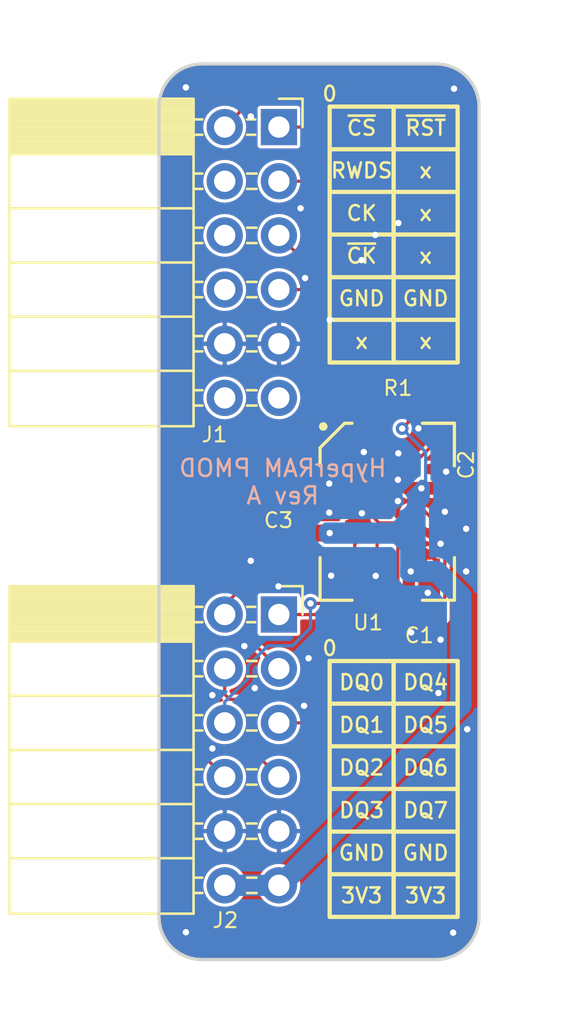
<source format=kicad_pcb>
(kicad_pcb (version 20221018) (generator pcbnew)
  (layers (0 "F.Cu" signal) (31 "B.Cu" signal) (34 "B.Paste" user) (35 "F.Paste" user) (36 "B.SilkS" user "B.Silkscreen") (37 "F.SilkS" user "F.Silkscreen") (38 "B.Mask" user) (39 "F.Mask" user) (44 "Edge.Cuts" user))
  (net 0 "")
  (net 1 "+3V3")
  (net 2 "GND")
  (net 3 "Net-(J1-Pad8)")
  (net 4 "/~{CS}")
  (net 5 "Net-(J1-Pad6)")
  (net 6 "/RWDS")
  (net 7 "Net-(J1-Pad4)")
  (net 8 "/CK")
  (net 9 "/~{RST}")
  (net 10 "/~{CK}")
  (net 11 "/DQ0")
  (net 12 "/DQ4")
  (net 13 "/DQ1")
  (net 14 "/DQ5")
  (net 15 "/DQ2")
  (net 16 "/DQ6")
  (net 17 "/DQ3")
  (net 18 "/DQ7")
  (footprint "Capacitor_SMD:C_0402_1005Metric" (layer "F.Cu") (at 143.45 78.5 -90)
    (fp_text reference "C2" (at -1.7 0.05 270) (layer "F.SilkS") (effects (font (size 0.7 0.7) (thickness 0.1))))
    (fp_text value "100n")
    (pad "1" smd roundrect (at -0.485 0 270) (size 0.59 0.64) (layers "F.Cu" "F.Paste" "F.Mask") (net 1 "+3V3"))
    (pad "2" smd roundrect (at 0.485 0 270) (size 0.59 0.64) (layers "F.Cu" "F.Paste" "F.Mask") (net 2 "GND"))
  )
  (footprint "Capacitor_SMD:C_0402_1005Metric" (layer "F.Cu") (at 135.95 79.5 90)
    (fp_text reference "C3" (at 0.1 -1.35 180) (layer "F.SilkS") (effects (font (size 0.7 0.7) (thickness 0.1))))
    (fp_text value "100n")
    (pad "1" smd roundrect (at -0.485 0 90) (size 0.59 0.64) (layers "F.Cu" "F.Paste" "F.Mask") (net 1 "+3V3"))
    (pad "2" smd roundrect (at 0.485 0 90) (size 0.59 0.64) (layers "F.Cu" "F.Paste" "F.Mask") (net 2 "GND"))
  )
  (footprint "Connector_PinSocket_2.54mm:PinSocket_2x06_P2.54mm_Horizontal" (layer "F.Cu") (at 134.62 60.96)
    (fp_text reference "J1" (at -3.02 14.42) (layer "F.SilkS") (effects (font (size 0.7 0.7) (thickness 0.1))))
    (fp_text value "2.54mm_2x6")
    (fp_line (start -12.63 -1.33) (end -12.63 14.03) (stroke (width 0.12)) (layer "F.SilkS"))
    (fp_line (start -12.63 -1.33) (end -4 -1.33) (stroke (width 0.12)) (layer "F.SilkS"))
    (fp_line (start -12.63 -1.21) (end -4 -1.21) (stroke (width 0.12)) (layer "F.SilkS"))
    (fp_line (start -12.63 -1.091905) (end -4 -1.091905) (stroke (width 0.12)) (layer "F.SilkS"))
    (fp_line (start -12.63 -0.97381) (end -4 -0.97381) (stroke (width 0.12)) (layer "F.SilkS"))
    (fp_line (start -12.63 -0.855715) (end -4 -0.855715) (stroke (width 0.12)) (layer "F.SilkS"))
    (fp_line (start -12.63 -0.73762) (end -4 -0.73762) (stroke (width 0.12)) (layer "F.SilkS"))
    (fp_line (start -12.63 -0.619525) (end -4 -0.619525) (stroke (width 0.12)) (layer "F.SilkS"))
    (fp_line (start -12.63 -0.50143) (end -4 -0.50143) (stroke (width 0.12)) (layer "F.SilkS"))
    (fp_line (start -12.63 -0.383335) (end -4 -0.383335) (stroke (width 0.12)) (layer "F.SilkS"))
    (fp_line (start -12.63 -0.26524) (end -4 -0.26524) (stroke (width 0.12)) (layer "F.SilkS"))
    (fp_line (start -12.63 -0.147145) (end -4 -0.147145) (stroke (width 0.12)) (layer "F.SilkS"))
    (fp_line (start -12.63 -0.02905) (end -4 -0.02905) (stroke (width 0.12)) (layer "F.SilkS"))
    (fp_line (start -12.63 0.089045) (end -4 0.089045) (stroke (width 0.12)) (layer "F.SilkS"))
    (fp_line (start -12.63 0.20714) (end -4 0.20714) (stroke (width 0.12)) (layer "F.SilkS"))
    (fp_line (start -12.63 0.325235) (end -4 0.325235) (stroke (width 0.12)) (layer "F.SilkS"))
    (fp_line (start -12.63 0.44333) (end -4 0.44333) (stroke (width 0.12)) (layer "F.SilkS"))
    (fp_line (start -12.63 0.561425) (end -4 0.561425) (stroke (width 0.12)) (layer "F.SilkS"))
    (fp_line (start -12.63 0.67952) (end -4 0.67952) (stroke (width 0.12)) (layer "F.SilkS"))
    (fp_line (start -12.63 0.797615) (end -4 0.797615) (stroke (width 0.12)) (layer "F.SilkS"))
    (fp_line (start -12.63 0.91571) (end -4 0.91571) (stroke (width 0.12)) (layer "F.SilkS"))
    (fp_line (start -12.63 1.033805) (end -4 1.033805) (stroke (width 0.12)) (layer "F.SilkS"))
    (fp_line (start -12.63 1.1519) (end -4 1.1519) (stroke (width 0.12)) (layer "F.SilkS"))
    (fp_line (start -12.63 1.27) (end -4 1.27) (stroke (width 0.12)) (layer "F.SilkS"))
    (fp_line (start -12.63 3.81) (end -4 3.81) (stroke (width 0.12)) (layer "F.SilkS"))
    (fp_line (start -12.63 6.35) (end -4 6.35) (stroke (width 0.12)) (layer "F.SilkS"))
    (fp_line (start -12.63 8.89) (end -4 8.89) (stroke (width 0.12)) (layer "F.SilkS"))
    (fp_line (start -12.63 11.43) (end -4 11.43) (stroke (width 0.12)) (layer "F.SilkS"))
    (fp_line (start -12.63 14.03) (end -4 14.03) (stroke (width 0.12)) (layer "F.SilkS"))
    (fp_line (start -4 -1.33) (end -4 14.03) (stroke (width 0.12)) (layer "F.SilkS"))
    (fp_line (start -4 -0.36) (end -3.59 -0.36) (stroke (width 0.12)) (layer "F.SilkS"))
    (fp_line (start -4 0.36) (end -3.59 0.36) (stroke (width 0.12)) (layer "F.SilkS"))
    (fp_line (start -4 2.18) (end -3.59 2.18) (stroke (width 0.12)) (layer "F.SilkS"))
    (fp_line (start -4 2.9) (end -3.59 2.9) (stroke (width 0.12)) (layer "F.SilkS"))
    (fp_line (start -4 4.72) (end -3.59 4.72) (stroke (width 0.12)) (layer "F.SilkS"))
    (fp_line (start -4 5.44) (end -3.59 5.44) (stroke (width 0.12)) (layer "F.SilkS"))
    (fp_line (start -4 7.26) (end -3.59 7.26) (stroke (width 0.12)) (layer "F.SilkS"))
    (fp_line (start -4 7.98) (end -3.59 7.98) (stroke (width 0.12)) (layer "F.SilkS"))
    (fp_line (start -4 9.8) (end -3.59 9.8) (stroke (width 0.12)) (layer "F.SilkS"))
    (fp_line (start -4 10.52) (end -3.59 10.52) (stroke (width 0.12)) (layer "F.SilkS"))
    (fp_line (start -4 12.34) (end -3.59 12.34) (stroke (width 0.12)) (layer "F.SilkS"))
    (fp_line (start -4 13.06) (end -3.59 13.06) (stroke (width 0.12)) (layer "F.SilkS"))
    (fp_line (start -1.49 -0.36) (end -1.11 -0.36) (stroke (width 0.12)) (layer "F.SilkS"))
    (fp_line (start -1.49 0.36) (end -1.11 0.36) (stroke (width 0.12)) (layer "F.SilkS"))
    (fp_line (start -1.49 2.18) (end -1.05 2.18) (stroke (width 0.12)) (layer "F.SilkS"))
    (fp_line (start -1.49 2.9) (end -1.05 2.9) (stroke (width 0.12)) (layer "F.SilkS"))
    (fp_line (start -1.49 4.72) (end -1.05 4.72) (stroke (width 0.12)) (layer "F.SilkS"))
    (fp_line (start -1.49 5.44) (end -1.05 5.44) (stroke (width 0.12)) (layer "F.SilkS"))
    (fp_line (start -1.49 7.26) (end -1.05 7.26) (stroke (width 0.12)) (layer "F.SilkS"))
    (fp_line (start -1.49 7.98) (end -1.05 7.98) (stroke (width 0.12)) (layer "F.SilkS"))
    (fp_line (start -1.49 9.8) (end -1.05 9.8) (stroke (width 0.12)) (layer "F.SilkS"))
    (fp_line (start -1.49 10.52) (end -1.05 10.52) (stroke (width 0.12)) (layer "F.SilkS"))
    (fp_line (start -1.49 12.34) (end -1.05 12.34) (stroke (width 0.12)) (layer "F.SilkS"))
    (fp_line (start -1.49 13.06) (end -1.05 13.06) (stroke (width 0.12)) (layer "F.SilkS"))
    (fp_line (start 0 -1.33) (end 1.11 -1.33) (stroke (width 0.12)) (layer "F.SilkS"))
    (fp_line (start 1.11 -1.33) (end 1.11 0) (stroke (width 0.12)) (layer "F.SilkS"))
    (pad "1" thru_hole rect (at 0 0) (size 1.7 1.7) (drill 1) (layers "*.Cu" "*.Mask") (net 4 "/~{CS}"))
    (pad "2" thru_hole oval (at -2.54 0) (size 1.7 1.7) (drill 1) (layers "*.Cu" "*.Mask") (net 9 "/~{RST}"))
    (pad "3" thru_hole oval (at 0 2.54) (size 1.7 1.7) (drill 1) (layers "*.Cu" "*.Mask") (net 6 "/RWDS"))
    (pad "4" thru_hole oval (at -2.54 2.54) (size 1.7 1.7) (drill 1) (layers "*.Cu" "*.Mask") (net 7 "Net-(J1-Pad4)"))
    (pad "5" thru_hole oval (at 0 5.08) (size 1.7 1.7) (drill 1) (layers "*.Cu" "*.Mask") (net 8 "/CK"))
    (pad "6" thru_hole oval (at -2.54 5.08) (size 1.7 1.7) (drill 1) (layers "*.Cu" "*.Mask") (net 5 "Net-(J1-Pad6)"))
    (pad "7" thru_hole oval (at 0 7.62) (size 1.7 1.7) (drill 1) (layers "*.Cu" "*.Mask") (net 10 "/~{CK}"))
    (pad "8" thru_hole oval (at -2.54 7.62) (size 1.7 1.7) (drill 1) (layers "*.Cu" "*.Mask") (net 3 "Net-(J1-Pad8)"))
    (pad "9" thru_hole oval (at 0 10.16) (size 1.7 1.7) (drill 1) (layers "*.Cu" "*.Mask") (net 2 "GND"))
    (pad "10" thru_hole oval (at -2.54 10.16) (size 1.7 1.7) (drill 1) (layers "*.Cu" "*.Mask") (net 2 "GND"))
    (pad "11" thru_hole oval (at 0 12.7) (size 1.7 1.7) (drill 1) (layers "*.Cu" "*.Mask") (net 1 "+3V3"))
    (pad "12" thru_hole oval (at -2.54 12.7) (size 1.7 1.7) (drill 1) (layers "*.Cu" "*.Mask") (net 1 "+3V3"))
  )
  (footprint "Connector_PinSocket_2.54mm:PinSocket_2x06_P2.54mm_Horizontal" (layer "F.Cu") (at 134.62 83.82)
    (fp_text reference "J2" (at -2.51 14.34) (layer "F.SilkS") (effects (font (size 0.7 0.7) (thickness 0.1))))
    (fp_text value "2.54mm_2x6")
    (fp_line (start -12.63 -1.33) (end -12.63 14.03) (stroke (width 0.12)) (layer "F.SilkS"))
    (fp_line (start -12.63 -1.33) (end -4 -1.33) (stroke (width 0.12)) (layer "F.SilkS"))
    (fp_line (start -12.63 -1.21) (end -4 -1.21) (stroke (width 0.12)) (layer "F.SilkS"))
    (fp_line (start -12.63 -1.091905) (end -4 -1.091905) (stroke (width 0.12)) (layer "F.SilkS"))
    (fp_line (start -12.63 -0.97381) (end -4 -0.97381) (stroke (width 0.12)) (layer "F.SilkS"))
    (fp_line (start -12.63 -0.855715) (end -4 -0.855715) (stroke (width 0.12)) (layer "F.SilkS"))
    (fp_line (start -12.63 -0.73762) (end -4 -0.73762) (stroke (width 0.12)) (layer "F.SilkS"))
    (fp_line (start -12.63 -0.619525) (end -4 -0.619525) (stroke (width 0.12)) (layer "F.SilkS"))
    (fp_line (start -12.63 -0.50143) (end -4 -0.50143) (stroke (width 0.12)) (layer "F.SilkS"))
    (fp_line (start -12.63 -0.383335) (end -4 -0.383335) (stroke (width 0.12)) (layer "F.SilkS"))
    (fp_line (start -12.63 -0.26524) (end -4 -0.26524) (stroke (width 0.12)) (layer "F.SilkS"))
    (fp_line (start -12.63 -0.147145) (end -4 -0.147145) (stroke (width 0.12)) (layer "F.SilkS"))
    (fp_line (start -12.63 -0.02905) (end -4 -0.02905) (stroke (width 0.12)) (layer "F.SilkS"))
    (fp_line (start -12.63 0.089045) (end -4 0.089045) (stroke (width 0.12)) (layer "F.SilkS"))
    (fp_line (start -12.63 0.20714) (end -4 0.20714) (stroke (width 0.12)) (layer "F.SilkS"))
    (fp_line (start -12.63 0.325235) (end -4 0.325235) (stroke (width 0.12)) (layer "F.SilkS"))
    (fp_line (start -12.63 0.44333) (end -4 0.44333) (stroke (width 0.12)) (layer "F.SilkS"))
    (fp_line (start -12.63 0.561425) (end -4 0.561425) (stroke (width 0.12)) (layer "F.SilkS"))
    (fp_line (start -12.63 0.67952) (end -4 0.67952) (stroke (width 0.12)) (layer "F.SilkS"))
    (fp_line (start -12.63 0.797615) (end -4 0.797615) (stroke (width 0.12)) (layer "F.SilkS"))
    (fp_line (start -12.63 0.91571) (end -4 0.91571) (stroke (width 0.12)) (layer "F.SilkS"))
    (fp_line (start -12.63 1.033805) (end -4 1.033805) (stroke (width 0.12)) (layer "F.SilkS"))
    (fp_line (start -12.63 1.1519) (end -4 1.1519) (stroke (width 0.12)) (layer "F.SilkS"))
    (fp_line (start -12.63 1.27) (end -4 1.27) (stroke (width 0.12)) (layer "F.SilkS"))
    (fp_line (start -12.63 3.81) (end -4 3.81) (stroke (width 0.12)) (layer "F.SilkS"))
    (fp_line (start -12.63 6.35) (end -4 6.35) (stroke (width 0.12)) (layer "F.SilkS"))
    (fp_line (start -12.63 8.89) (end -4 8.89) (stroke (width 0.12)) (layer "F.SilkS"))
    (fp_line (start -12.63 11.43) (end -4 11.43) (stroke (width 0.12)) (layer "F.SilkS"))
    (fp_line (start -12.63 14.03) (end -4 14.03) (stroke (width 0.12)) (layer "F.SilkS"))
    (fp_line (start -4 -1.33) (end -4 14.03) (stroke (width 0.12)) (layer "F.SilkS"))
    (fp_line (start -4 -0.36) (end -3.59 -0.36) (stroke (width 0.12)) (layer "F.SilkS"))
    (fp_line (start -4 0.36) (end -3.59 0.36) (stroke (width 0.12)) (layer "F.SilkS"))
    (fp_line (start -4 2.18) (end -3.59 2.18) (stroke (width 0.12)) (layer "F.SilkS"))
    (fp_line (start -4 2.9) (end -3.59 2.9) (stroke (width 0.12)) (layer "F.SilkS"))
    (fp_line (start -4 4.72) (end -3.59 4.72) (stroke (width 0.12)) (layer "F.SilkS"))
    (fp_line (start -4 5.44) (end -3.59 5.44) (stroke (width 0.12)) (layer "F.SilkS"))
    (fp_line (start -4 7.26) (end -3.59 7.26) (stroke (width 0.12)) (layer "F.SilkS"))
    (fp_line (start -4 7.98) (end -3.59 7.98) (stroke (width 0.12)) (layer "F.SilkS"))
    (fp_line (start -4 9.8) (end -3.59 9.8) (stroke (width 0.12)) (layer "F.SilkS"))
    (fp_line (start -4 10.52) (end -3.59 10.52) (stroke (width 0.12)) (layer "F.SilkS"))
    (fp_line (start -4 12.34) (end -3.59 12.34) (stroke (width 0.12)) (layer "F.SilkS"))
    (fp_line (start -4 13.06) (end -3.59 13.06) (stroke (width 0.12)) (layer "F.SilkS"))
    (fp_line (start -1.49 -0.36) (end -1.11 -0.36) (stroke (width 0.12)) (layer "F.SilkS"))
    (fp_line (start -1.49 0.36) (end -1.11 0.36) (stroke (width 0.12)) (layer "F.SilkS"))
    (fp_line (start -1.49 2.18) (end -1.05 2.18) (stroke (width 0.12)) (layer "F.SilkS"))
    (fp_line (start -1.49 2.9) (end -1.05 2.9) (stroke (width 0.12)) (layer "F.SilkS"))
    (fp_line (start -1.49 4.72) (end -1.05 4.72) (stroke (width 0.12)) (layer "F.SilkS"))
    (fp_line (start -1.49 5.44) (end -1.05 5.44) (stroke (width 0.12)) (layer "F.SilkS"))
    (fp_line (start -1.49 7.26) (end -1.05 7.26) (stroke (width 0.12)) (layer "F.SilkS"))
    (fp_line (start -1.49 7.98) (end -1.05 7.98) (stroke (width 0.12)) (layer "F.SilkS"))
    (fp_line (start -1.49 9.8) (end -1.05 9.8) (stroke (width 0.12)) (layer "F.SilkS"))
    (fp_line (start -1.49 10.52) (end -1.05 10.52) (stroke (width 0.12)) (layer "F.SilkS"))
    (fp_line (start -1.49 12.34) (end -1.05 12.34) (stroke (width 0.12)) (layer "F.SilkS"))
    (fp_line (start -1.49 13.06) (end -1.05 13.06) (stroke (width 0.12)) (layer "F.SilkS"))
    (fp_line (start 0 -1.33) (end 1.11 -1.33) (stroke (width 0.12)) (layer "F.SilkS"))
    (fp_line (start 1.11 -1.33) (end 1.11 0) (stroke (width 0.12)) (layer "F.SilkS"))
    (pad "1" thru_hole rect (at 0 0) (size 1.7 1.7) (drill 1) (layers "*.Cu" "*.Mask") (net 11 "/DQ0"))
    (pad "2" thru_hole oval (at -2.54 0) (size 1.7 1.7) (drill 1) (layers "*.Cu" "*.Mask") (net 12 "/DQ4"))
    (pad "3" thru_hole oval (at 0 2.54) (size 1.7 1.7) (drill 1) (layers "*.Cu" "*.Mask") (net 13 "/DQ1"))
    (pad "4" thru_hole oval (at -2.54 2.54) (size 1.7 1.7) (drill 1) (layers "*.Cu" "*.Mask") (net 14 "/DQ5"))
    (pad "5" thru_hole oval (at 0 5.08) (size 1.7 1.7) (drill 1) (layers "*.Cu" "*.Mask") (net 15 "/DQ2"))
    (pad "6" thru_hole oval (at -2.54 5.08) (size 1.7 1.7) (drill 1) (layers "*.Cu" "*.Mask") (net 16 "/DQ6"))
    (pad "7" thru_hole oval (at 0 7.62) (size 1.7 1.7) (drill 1) (layers "*.Cu" "*.Mask") (net 17 "/DQ3"))
    (pad "8" thru_hole oval (at -2.54 7.62) (size 1.7 1.7) (drill 1) (layers "*.Cu" "*.Mask") (net 18 "/DQ7"))
    (pad "9" thru_hole oval (at 0 10.16) (size 1.7 1.7) (drill 1) (layers "*.Cu" "*.Mask") (net 2 "GND"))
    (pad "10" thru_hole oval (at -2.54 10.16) (size 1.7 1.7) (drill 1) (layers "*.Cu" "*.Mask") (net 2 "GND"))
    (pad "11" thru_hole oval (at 0 12.7) (size 1.7 1.7) (drill 1) (layers "*.Cu" "*.Mask") (net 1 "+3V3"))
    (pad "12" thru_hole oval (at -2.54 12.7) (size 1.7 1.7) (drill 1) (layers "*.Cu" "*.Mask") (net 1 "+3V3"))
  )
  (footprint "Resistor_SMD:R_0402_1005Metric" (layer "F.Cu") (at 140.2 74.2 180)
    (fp_text reference "R1" (at 0 1 180) (layer "F.SilkS") (effects (font (size 0.7 0.7) (thickness 0.1))))
    (fp_text value "4k7")
    (pad "1" smd roundrect (at -0.485 0 180) (size 0.59 0.64) (layers "F.Cu" "F.Paste" "F.Mask") (net 1 "+3V3"))
    (pad "2" smd roundrect (at 0.485 0 180) (size 0.59 0.64) (layers "F.Cu" "F.Paste" "F.Mask") (net 4 "/~{CS}"))
  )
  (footprint "picodvi:S70KS128" (layer "F.Cu") (at 139.7 79)
    (fp_text reference "U1" (at -0.9 5.2) (layer "F.SilkS") (effects (font (size 0.7 0.7) (thickness 0.1))))
    (fp_text value "S70KS128")
    (fp_line (start -3.15 -3) (end -3.15 -2.15) (stroke (width 0.15)) (layer "F.SilkS"))
    (fp_line (start -3.15 4.15) (end -3.15 2.15) (stroke (width 0.15)) (layer "F.SilkS"))
    (fp_line (start -2 -4.15) (end -3.15 -3) (stroke (width 0.15)) (layer "F.SilkS"))
    (fp_line (start -1.65 -4.15) (end -2 -4.15) (stroke (width 0.15)) (layer "F.SilkS"))
    (fp_line (start -1.65 4.15) (end -3.15 4.15) (stroke (width 0.15)) (layer "F.SilkS"))
    (fp_line (start 1.65 -4.15) (end 3.15 -4.15) (stroke (width 0.15)) (layer "F.SilkS"))
    (fp_line (start 1.65 -4.15) (end 3.15 -4.15) (stroke (width 0.15)) (layer "F.SilkS"))
    (fp_line (start 1.65 -4.15) (end 3.15 -4.15) (stroke (width 0.15)) (layer "F.SilkS"))
    (fp_line (start 1.65 4.15) (end 3.15 4.15) (stroke (width 0.15)) (layer "F.SilkS"))
    (fp_line (start 3.15 -4.15) (end 3.15 -2.15) (stroke (width 0.15)) (layer "F.SilkS"))
    (fp_line (start 3.15 -4.15) (end 3.15 -2.15) (stroke (width 0.15)) (layer "F.SilkS"))
    (fp_line (start 3.15 -4.15) (end 3.15 -2.15) (stroke (width 0.15)) (layer "F.SilkS"))
    (fp_line (start 3.15 4.15) (end 3.15 2.15) (stroke (width 0.15)) (layer "F.SilkS"))
    (fp_circle (center -3 -4) (end -3 -3.9) (stroke (width 0.2)) (fill none) (layer "F.SilkS"))
    (pad "A2" smd circle (at -1 -2) (size 0.5 0.5) (layers "F.Cu" "F.Paste" "F.Mask"))
    (pad "A3" smd circle (at 0 -2) (size 0.5 0.5) (layers "F.Cu" "F.Paste" "F.Mask") (net 4 "/~{CS}"))
    (pad "A4" smd circle (at 1 -2) (size 0.5 0.5) (layers "F.Cu" "F.Paste" "F.Mask") (net 9 "/~{RST}"))
    (pad "A5" smd circle (at 2 -2) (size 0.5 0.5) (layers "F.Cu" "F.Paste" "F.Mask"))
    (pad "B1" smd circle (at -2 -1) (size 0.5 0.5) (layers "F.Cu" "F.Paste" "F.Mask") (net 10 "/~{CK}"))
    (pad "B2" smd circle (at -1 -1) (size 0.5 0.5) (layers "F.Cu" "F.Paste" "F.Mask") (net 8 "/CK"))
    (pad "B3" smd circle (at 0 -1) (size 0.5 0.5) (layers "F.Cu" "F.Paste" "F.Mask") (net 2 "GND"))
    (pad "B4" smd circle (at 1 -1) (size 0.5 0.5) (layers "F.Cu" "F.Paste" "F.Mask") (net 1 "+3V3"))
    (pad "C1" smd circle (at -2 0) (size 0.5 0.5) (layers "F.Cu" "F.Paste" "F.Mask") (net 2 "GND"))
    (pad "C3" smd circle (at 0 0) (size 0.5 0.5) (layers "F.Cu" "F.Paste" "F.Mask") (net 6 "/RWDS"))
    (pad "C4" smd circle (at 1 0) (size 0.5 0.5) (layers "F.Cu" "F.Paste" "F.Mask") (net 15 "/DQ2"))
    (pad "D1" smd circle (at -2 1) (size 0.5 0.5) (layers "F.Cu" "F.Paste" "F.Mask") (net 1 "+3V3"))
    (pad "D2" smd circle (at -1 1) (size 0.5 0.5) (layers "F.Cu" "F.Paste" "F.Mask") (net 13 "/DQ1"))
    (pad "D3" smd circle (at 0 1) (size 0.5 0.5) (layers "F.Cu" "F.Paste" "F.Mask") (net 11 "/DQ0"))
    (pad "D4" smd circle (at 1 1) (size 0.5 0.5) (layers "F.Cu" "F.Paste" "F.Mask") (net 17 "/DQ3"))
    (pad "D5" smd circle (at 2 1) (size 0.5 0.5) (layers "F.Cu" "F.Paste" "F.Mask") (net 12 "/DQ4"))
    (pad "E1" smd circle (at -2 2) (size 0.5 0.5) (layers "F.Cu" "F.Paste" "F.Mask") (net 18 "/DQ7"))
    (pad "E2" smd circle (at -1 2) (size 0.5 0.5) (layers "F.Cu" "F.Paste" "F.Mask") (net 16 "/DQ6"))
    (pad "E3" smd circle (at 0 2) (size 0.5 0.5) (layers "F.Cu" "F.Paste" "F.Mask") (net 14 "/DQ5"))
    (pad "E4" smd circle (at 1 2) (size 0.5 0.5) (layers "F.Cu" "F.Paste" "F.Mask") (net 1 "+3V3"))
    (pad "E5" smd circle (at 2 2) (size 0.5 0.5) (layers "F.Cu" "F.Paste" "F.Mask") (net 2 "GND"))
  )
  (footprint "Capacitor_SMD:C_0402_1005Metric" (layer "F.Cu") (at 141.15 83.75)
    (fp_text reference "C1" (at 0.05 1.05) (layer "F.SilkS") (effects (font (size 0.7 0.7) (thickness 0.1))))
    (fp_text value "100n")
    (pad "1" smd roundrect (at -0.485 0) (size 0.59 0.64) (layers "F.Cu" "F.Paste" "F.Mask") (net 1 "+3V3"))
    (pad "2" smd roundrect (at 0.485 0) (size 0.59 0.64) (layers "F.Cu" "F.Paste" "F.Mask") (net 2 "GND"))
  )
  (gr_line (start 140 90) (end 143 90) (stroke (width 0.2)) (layer "F.SilkS"))
  (gr_line (start 140 94) (end 143 94) (stroke (width 0.2)) (layer "F.SilkS"))
  (gr_line (start 140 88) (end 143 88) (stroke (width 0.2)) (layer "F.SilkS"))
  (gr_line (start 143 86) (end 143 98) (stroke (width 0.2)) (layer "F.SilkS"))
  (gr_line (start 140 96) (end 143 96) (stroke (width 0.2)) (layer "F.SilkS"))
  (gr_line (start 140 98) (end 140 86) (stroke (width 0.2)) (layer "F.SilkS"))
  (gr_line (start 143 98) (end 140 98) (stroke (width 0.2)) (layer "F.SilkS"))
  (gr_line (start 140 86) (end 143 86) (stroke (width 0.2)) (layer "F.SilkS"))
  (gr_line (start 143 92) (end 140 92) (stroke (width 0.2)) (layer "F.SilkS"))
  (gr_line (start 140 60) (end 143 60) (stroke (width 0.2)) (layer "F.SilkS"))
  (gr_line (start 137 64) (end 140 64) (stroke (width 0.2)) (layer "F.SilkS"))
  (gr_line (start 140 70) (end 143 70) (stroke (width 0.2)) (layer "F.SilkS"))
  (gr_line (start 143 72) (end 140 72) (stroke (width 0.2)) (layer "F.SilkS"))
  (gr_line (start 143 66) (end 140 66) (stroke (width 0.2)) (layer "F.SilkS"))
  (gr_line (start 140 64) (end 143 64) (stroke (width 0.2)) (layer "F.SilkS"))
  (gr_line (start 137 68) (end 140 68) (stroke (width 0.2)) (layer "F.SilkS"))
  (gr_line (start 137 62) (end 140 62) (stroke (width 0.2)) (layer "F.SilkS"))
  (gr_line (start 140 62) (end 143 62) (stroke (width 0.2)) (layer "F.SilkS"))
  (gr_line (start 143 60) (end 143 72) (stroke (width 0.2)) (layer "F.SilkS"))
  (gr_line (start 140 60) (end 140 72) (stroke (width 0.2)) (layer "F.SilkS"))
  (gr_line (start 137 70) (end 140 70) (stroke (width 0.2)) (layer "F.SilkS"))
  (gr_line (start 137 72) (end 137 60) (stroke (width 0.2)) (layer "F.SilkS"))
  (gr_line (start 140 68) (end 143 68) (stroke (width 0.2)) (layer "F.SilkS"))
  (gr_line (start 140 72) (end 137 72) (stroke (width 0.2)) (layer "F.SilkS"))
  (gr_line (start 137 60) (end 140 60) (stroke (width 0.2)) (layer "F.SilkS"))
  (gr_line (start 140 66) (end 137 66) (stroke (width 0.2)) (layer "F.SilkS"))
  (gr_line (start 140 72) (end 140 60) (stroke (width 0.2)) (layer "F.SilkS"))
  (gr_line (start 137 98) (end 137 86) (stroke (width 0.2)) (layer "F.SilkS"))
  (gr_line (start 137 88) (end 140 88) (stroke (width 0.2)) (layer "F.SilkS"))
  (gr_line (start 140 98) (end 137 98) (stroke (width 0.2)) (layer "F.SilkS"))
  (gr_line (start 137 90) (end 140 90) (stroke (width 0.2)) (layer "F.SilkS"))
  (gr_line (start 137 96) (end 140 96) (stroke (width 0.2)) (layer "F.SilkS"))
  (gr_line (start 140 86) (end 140 98) (stroke (width 0.2)) (layer "F.SilkS"))
  (gr_line (start 137 86) (end 140 86) (stroke (width 0.2)) (layer "F.SilkS"))
  (gr_line (start 137 94) (end 140 94) (stroke (width 0.2)) (layer "F.SilkS"))
  (gr_line (start 140 92) (end 137 92) (stroke (width 0.2)) (layer "F.SilkS"))
  (gr_line (start 144 60) (end 144 98) (stroke (width 0.15)) (layer "Edge.Cuts"))
  (gr_arc (start 131 100) (mid 129.585786 99.414214) (end 129 98) (stroke (width 0.15)) (layer "Edge.Cuts"))
  (gr_arc (start 144 98) (mid 143.414214 99.414214) (end 142 100) (stroke (width 0.15)) (layer "Edge.Cuts"))
  (gr_arc (start 129 60) (mid 129.585786 58.585786) (end 131 58) (stroke (width 0.15)) (layer "Edge.Cuts"))
  (gr_line (start 131 58) (end 142 58) (stroke (width 0.15)) (layer "Edge.Cuts"))
  (gr_line (start 129 98) (end 129 60) (stroke (width 0.15)) (layer "Edge.Cuts"))
  (gr_arc (start 142 58) (mid 143.414214 58.585786) (end 144 60) (stroke (width 0.15)) (layer "Edge.Cuts"))
  (gr_line (start 142 100) (end 131 100) (stroke (width 0.15)) (layer "Edge.Cuts"))
  (gr_text "HyperRAM PMOD\nRev A" (at 134.8 77.6) (layer "B.SilkS") (effects (font (size 0.8 0.8) (thickness 0.12)) (justify mirror)))
  (gr_text "DQ2" (at 138.5 91) (layer "F.SilkS") (effects (font (size 0.7 0.7) (thickness 0.12))))
  (gr_text "DQ3" (at 138.5 93) (layer "F.SilkS") (effects (font (size 0.7 0.7) (thickness 0.12))))
  (gr_text "GND" (at 138.5 95) (layer "F.SilkS") (effects (font (size 0.7 0.7) (thickness 0.12))))
  (gr_text "3V3" (at 138.5 97) (layer "F.SilkS") (effects (font (size 0.7 0.7) (thickness 0.12))))
  (gr_text "DQ0" (at 138.5 87) (layer "F.SilkS") (effects (font (size 0.7 0.7) (thickness 0.12))))
  (gr_text "DQ6" (at 141.5 91) (layer "F.SilkS") (effects (font (size 0.7 0.7) (thickness 0.12))))
  (gr_text "DQ5" (at 141.5 89) (layer "F.SilkS") (effects (font (size 0.7 0.7) (thickness 0.12))))
  (gr_text "3V3\n" (at 141.5 97) (layer "F.SilkS") (effects (font (size 0.7 0.7) (thickness 0.12))))
  (gr_text "DQ4" (at 141.5 87) (layer "F.SilkS") (effects (font (size 0.7 0.7) (thickness 0.12))))
  (gr_text "DQ7" (at 141.5 93) (layer "F.SilkS") (effects (font (size 0.7 0.7) (thickness 0.12))))
  (gr_text "GND" (at 141.5 95) (layer "F.SilkS") (effects (font (size 0.7 0.7) (thickness 0.12))))
  (gr_text "CK" (at 138.5 65) (layer "F.SilkS") (effects (font (size 0.7 0.7) (thickness 0.12))))
  (gr_text "RWDS" (at 138.5 63) (layer "F.SilkS") (effects (font (size 0.7 0.7) (thickness 0.12))))
  (gr_text "x" (at 141.5 63) (layer "F.SilkS") (effects (font (size 0.7 0.7) (thickness 0.12))))
  (gr_text "x" (at 141.5 67) (layer "F.SilkS") (effects (font (size 0.7 0.7) (thickness 0.12))))
  (gr_text "x" (at 138.5 71) (layer "F.SilkS") (effects (font (size 0.7 0.7) (thickness 0.12))))
  (gr_text "~{CS}" (at 138.5 61) (layer "F.SilkS") (effects (font (size 0.7 0.7) (thickness 0.12))))
  (gr_text "~{CK}" (at 138.5 67) (layer "F.SilkS") (effects (font (size 0.7 0.7) (thickness 0.12))))
  (gr_text "x" (at 141.5 71) (layer "F.SilkS") (effects (font (size 0.7 0.7) (thickness 0.12))))
  (gr_text "GND" (at 141.5 69) (layer "F.SilkS") (effects (font (size 0.7 0.7) (thickness 0.12))))
  (gr_text "x" (at 141.5 65) (layer "F.SilkS") (effects (font (size 0.7 0.7) (thickness 0.12))))
  (gr_text "GND" (at 138.5 69) (layer "F.SilkS") (effects (font (size 0.7 0.7) (thickness 0.12))))
  (gr_text "~{RST}\n" (at 141.5 61) (layer "F.SilkS") (effects (font (size 0.7 0.7) (thickness 0.12))))
  (gr_text "0" (at 137 85.4) (layer "F.SilkS") (effects (font (size 0.7 0.7) (thickness 0.12))))
  (gr_text "0" (at 137 59.4) (layer "F.SilkS") (effects (font (size 0.7 0.7) (thickness 0.12))))
  (gr_text "DQ1" (at 138.5 89) (layer "F.SilkS") (effects (font (size 0.7 0.7) (thickness 0.12))))
  (segment (start 140.685 74.2) (end 140.685 74.814996) (width 0.15) (layer "F.Cu") (net 1))
  (segment (start 140.685 74.814996) (end 140.399996 75.1) (width 0.15) (layer "F.Cu") (net 1))
  (via (at 140.399996 75.1) (size 0.6) (drill 0.3) (layers "F.Cu" "B.Cu") (net 1))
  (via (at 140.8 81.8) (size 0.6) (drill 0.3) (layers "F.Cu" "B.Cu") (net 1))
  (via (at 141.3 77.9) (size 0.6) (drill 0.3) (layers "F.Cu" "B.Cu") (net 1))
  (via (at 137 80) (size 0.6) (drill 0.3) (layers "F.Cu" "B.Cu") (net 1))
  (segment (start 142 81.8) (end 140.8 81.8) (width 1) (layer "B.Cu") (net 1))
  (segment (start 141.5 77.9) (end 141.5 76.200004) (width 0.15) (layer "B.Cu") (net 1))
  (segment (start 143.15 88.05) (end 143.15 82.95) (width 1) (layer "B.Cu") (net 1))
  (segment (start 141.5 76.200004) (end 140.699995 75.399999) (width 0.15) (layer "B.Cu") (net 1))
  (segment (start 143.15 82.95) (end 142 81.8) (width 1) (layer "B.Cu") (net 1))
  (segment (start 132.08 96.52) (end 134.62 96.52) (width 1) (layer "B.Cu") (net 1))
  (segment (start 141.6 78) (end 141.5 77.9) (width 0.15) (layer "B.Cu") (net 1))
  (segment (start 140.699995 75.399999) (end 140.399996 75.1) (width 0.15) (layer "B.Cu") (net 1))
  (segment (start 134.62 96.52) (end 134.68 96.52) (width 1) (layer "B.Cu") (net 1))
  (segment (start 134.68 96.52) (end 143.15 88.05) (width 1) (layer "B.Cu") (net 1))
  (segment (start 137.7 79) (end 138.44 79) (width 0.3) (layer "F.Cu") (net 2))
  (segment (start 135.95 79.015) (end 137.685 79.015) (width 0.5) (layer "F.Cu") (net 2))
  (segment (start 137.685 79.015) (end 137.7 79) (width 0.5) (layer "F.Cu") (net 2))
  (segment (start 138.44 79) (end 138.51 79.07) (width 0.3) (layer "F.Cu") (net 2))
  (via (at 143.4 79.8) (size 0.6) (drill 0.3) (layers "F.Cu" "B.Cu") (net 2))
  (via (at 142.4 79) (size 0.6) (drill 0.3) (layers "F.Cu" "B.Cu") (net 2))
  (via (at 140.2 77.5) (size 0.6) (drill 0.3) (layers "F.Cu" "B.Cu") (net 2))
  (via (at 140.2 78.5) (size 0.6) (drill 0.3) (layers "F.Cu" "B.Cu") (net 2))
  (via (at 135.8 88.1) (size 0.6) (drill 0.3) (layers "F.Cu" "B.Cu") (net 2))
  (via (at 131.5 90.1) (size 0.6) (drill 0.3) (layers "F.Cu" "B.Cu") (net 2))
  (via (at 131.5 87.6) (size 0.6) (drill 0.3) (layers "F.Cu" "B.Cu") (net 2))
  (via (at 133 85.3) (size 0.6) (drill 0.3) (layers "F.Cu" "B.Cu") (net 2))
  (via (at 140.82 84.66) (size 0.6) (drill 0.3) (layers "F.Cu" "B.Cu") (net 2))
  (via (at 136.98 79.04) (size 0.6) (drill 0.3) (layers "F.Cu" "B.Cu") (net 2))
  (via (at 138.6 76.2) (size 0.6) (drill 0.3) (layers "F.Cu" "B.Cu") (net 2))
  (via (at 136.98 77.68) (size 0.6) (drill 0.3) (layers "F.Cu" "B.Cu") (net 2))
  (via (at 140.22 76.26) (size 0.6) (drill 0.3) (layers "F.Cu" "B.Cu") (net 2))
  (via (at 140.22 65.46) (size 0.6) (drill 0.3) (layers "F.Cu" "B.Cu") (net 2))
  (via (at 139.14 66.02) (size 0.6) (drill 0.3) (layers "F.Cu" "B.Cu") (net 2))
  (via (at 135.85 68.04) (size 0.6) (drill 0.3) (layers "F.Cu" "B.Cu") (net 2))
  (via (at 133.31 60.47) (size 0.6) (drill 0.3) (layers "F.Cu" "B.Cu") (net 2))
  (via (at 133.3 60.46) (size 0.6) (drill 0.3) (layers "F.Cu" "B.Cu") (net 2))
  (via (at 134.6 82.5) (size 0.6) (drill 0.3) (layers "F.Cu" "B.Cu") (net 2))
  (via (at 137.07 82) (size 0.6) (drill 0.3) (layers "F.Cu" "B.Cu") (net 2))
  (via (at 139.16 82.01) (size 0.6) (drill 0.3) (layers "F.Cu" "B.Cu") (net 2))
  (via (at 136.01 85.87) (size 0.6) (drill 0.3) (layers "F.Cu" "B.Cu") (net 2))
  (via (at 135.636 64.77) (size 0.6) (drill 0.3) (layers "F.Cu" "B.Cu") (net 2))
  (via (at 143.45 89.2) (size 0.6) (drill 0.3) (layers "F.Cu" "B.Cu") (net 2))
  (via (at 142.1 87.5) (size 0.6) (drill 0.3) (layers "F.Cu" "B.Cu") (net 2))
  (via (at 142.79 98.74) (size 0.6) (drill 0.3) (layers "F.Cu" "B.Cu") (net 2))
  (via (at 130.26 98.72) (size 0.6) (drill 0.3) (layers "F.Cu" "B.Cu") (net 2))
  (via (at 130.26 59.1) (size 0.6) (drill 0.3) (layers "F.Cu" "B.Cu") (net 2))
  (via (at 142.83 59.16) (size 0.6) (drill 0.3) (layers "F.Cu" "B.Cu") (net 2))
  (via (at 142.46 77.12) (size 0.6) (drill 0.3) (layers "F.Cu" "B.Cu") (net 2))
  (via (at 138.51 79.07) (size 0.6) (drill 0.3) (layers "F.Cu" "B.Cu") (net 2))
  (via (at 138.5 67.2) (size 0.6) (drill 0.3) (layers "F.Cu" "B.Cu") (net 2))
  (via (at 137 70) (size 0.6) (drill 0.3) (layers "F.Cu" "B.Cu") (net 2))
  (via (at 133.3 81.3) (size 0.6) (drill 0.3) (layers "F.Cu" "B.Cu") (net 2))
  (via (at 141.16 75.09) (size 0.6) (drill 0.3) (layers "F.Cu" "B.Cu") (net 2))
  (via (at 142.2 80.5) (size 0.6) (drill 0.3) (layers "F.Cu" "B.Cu") (net 2))
  (via (at 143.4 81.8) (size 0.6) (drill 0.3) (layers "F.Cu" "B.Cu") (net 2))
  (via (at 142.2 85) (size 0.6) (drill 0.3) (layers "F.Cu" "B.Cu") (net 2))
  (via (at 141.6 82.8) (size 0.6) (drill 0.3) (layers "F.Cu" "B.Cu") (net 2))
  (via (at 133.49 87.27) (size 0.6) (drill 0.3) (layers "F.Cu" "B.Cu") (net 2))
  (segment (start 139.7 77) (end 139.7 76.517002) (width 0.15) (layer "F.Cu") (net 4))
  (segment (start 139.694999 76.007999) (end 139.7 76.002998) (width 0.15) (layer "F.Cu") (net 4))
  (segment (start 139.694999 65.712001) (end 139.694999 65.207999) (width 0.15) (layer "F.Cu") (net 4))
  (segment (start 139.694999 65.207999) (end 139.7 65.202998) (width 0.15) (layer "F.Cu") (net 4))
  (segment (start 135.96 60.96) (end 134.62 60.96) (width 0.15) (layer "F.Cu") (net 4))
  (segment (start 139.7 65.717002) (end 139.694999 65.712001) (width 0.15) (layer "F.Cu") (net 4))
  (segment (start 139.7 65.202998) (end 139.7 64.7) (width 0.15) (layer "F.Cu") (net 4))
  (segment (start 139.7 64.7) (end 135.96 60.96) (width 0.15) (layer "F.Cu") (net 4))
  (segment (start 139.7 76.517002) (end 139.694999 76.512001) (width 0.15) (layer "F.Cu") (net 4))
  (segment (start 139.694999 76.512001) (end 139.694999 76.007999) (width 0.15) (layer "F.Cu") (net 4))
  (segment (start 139.7 76.002998) (end 139.7 65.717002) (width 0.15) (layer "F.Cu") (net 4))
  (segment (start 139.450001 78.750001) (end 139.7 79) (width 0.15) (layer "F.Cu") (net 6))
  (segment (start 134.62 63.5) (end 135.822081 63.5) (width 0.15) (layer "F.Cu") (net 6))
  (segment (start 139.175001 78.475001) (end 139.450001 78.750001) (width 0.15) (layer "F.Cu") (net 6))
  (segment (start 139.175001 66.85292) (end 139.175001 78.475001) (width 0.15) (layer "F.Cu") (net 6))
  (segment (start 135.822081 63.5) (end 139.175001 66.85292) (width 0.15) (layer "F.Cu") (net 6))
  (segment (start 138 69.42) (end 138 77.3) (width 0.15) (layer "F.Cu") (net 8))
  (segment (start 134.62 66.04) (end 138 69.42) (width 0.15) (layer "F.Cu") (net 8))
  (segment (start 138 77.3) (end 138.450001 77.750001) (width 0.15) (layer "F.Cu") (net 8))
  (segment (start 138.450001 77.750001) (end 138.7 78) (width 0.15) (layer "F.Cu") (net 8))
  (segment (start 132.774999 60.207999) (end 133.047999 59.934999) (width 0.15) (layer "F.Cu") (net 9))
  (segment (start 133.047999 59.934999) (end 133.105001 59.934999) (width 0.15) (layer "F.Cu") (net 9))
  (segment (start 141.7 76) (end 140.7 77) (width 0.15) (layer "F.Cu") (net 9))
  (segment (start 132.08 60.96) (end 132.774999 60.265001) (width 0.15) (layer "F.Cu") (net 9))
  (segment (start 135.644999 59.884999) (end 141.7 65.94) (width 0.15) (layer "F.Cu") (net 9))
  (segment (start 141.7 65.94) (end 141.7 76) (width 0.15) (layer "F.Cu") (net 9))
  (segment (start 133.105001 59.934999) (end 133.155001 59.884999) (width 0.15) (layer "F.Cu") (net 9))
  (segment (start 133.155001 59.884999) (end 135.644999 59.884999) (width 0.15) (layer "F.Cu") (net 9))
  (segment (start 132.774999 60.265001) (end 132.774999 60.207999) (width 0.15) (layer "F.Cu") (net 9))
  (segment (start 137.7 69.7) (end 137.7 78) (width 0.15) (layer "F.Cu") (net 10))
  (segment (start 134.62 68.58) (end 136.58 68.58) (width 0.15) (layer "F.Cu") (net 10))
  (segment (start 136.58 68.58) (end 137.7 69.7) (width 0.15) (layer "F.Cu") (net 10))
  (segment (start 139.224999 80.475001) (end 139.224999 81.178003) (width 0.15) (layer "F.Cu") (net 11))
  (segment (start 139.7 80) (end 139.224999 80.475001) (width 0.15) (layer "F.Cu") (net 11))
  (segment (start 139.224999 81.178003) (end 136.578 83.825002) (width 0.15) (layer "F.Cu") (net 11))
  (segment (start 135.625002 83.825002) (end 135.62 83.82) (width 0.15) (layer "F.Cu") (net 11))
  (segment (start 135.62 83.82) (end 134.62 83.82) (width 0.15) (layer "F.Cu") (net 11))
  (segment (start 136.578 83.825002) (end 135.625002 83.825002) (width 0.15) (layer "F.Cu") (net 11))
  (segment (start 132.08 83.82) (end 132.08 83.37) (width 0.15) (layer "F.Cu") (net 12))
  (segment (start 141.224999 79.524999) (end 141.7 80) (width 0.15) (layer "F.Cu") (net 12))
  (segment (start 139.14 79.35) (end 139.314999 79.524999) (width 0.15) (layer "F.Cu") (net 12))
  (segment (start 139.314999 79.524999) (end 141.224999 79.524999) (width 0.15) (layer "F.Cu") (net 12))
  (segment (start 138.72499 78.49499) (end 139.14 78.91) (width 0.15) (layer "F.Cu") (net 12))
  (segment (start 135.6232 78.49499) (end 138.72499 78.49499) (width 0.15) (layer "F.Cu") (net 12))
  (segment (start 132.08 83.37) (end 134.8 80.65) (width 0.15) (layer "F.Cu") (net 12))
  (segment (start 134.8 79.31819) (end 135.6232 78.49499) (width 0.15) (layer "F.Cu") (net 12))
  (segment (start 134.8 80.65) (end 134.8 79.31819) (width 0.15) (layer "F.Cu") (net 12))
  (segment (start 139.14 78.91) (end 139.14 79.35) (width 0.15) (layer "F.Cu") (net 12))
  (segment (start 133.544999 85.284999) (end 133.770001 85.510001) (width 0.15) (layer "F.Cu") (net 13))
  (segment (start 133.770001 85.510001) (end 134.62 86.36) (width 0.15) (layer "F.Cu") (net 13))
  (segment (start 134.859997 81.475001) (end 133.544999 82.789999) (width 0.15) (layer "F.Cu") (net 13))
  (segment (start 138.175001 80.524999) (end 138.175001 81.228001) (width 0.15) (layer "F.Cu") (net 13))
  (segment (start 138.7 80) (end 138.175001 80.524999) (width 0.15) (layer "F.Cu") (net 13))
  (segment (start 137.928001 81.475001) (end 134.859997 81.475001) (width 0.15) (layer "F.Cu") (net 13))
  (segment (start 138.175001 81.228001) (end 137.928001 81.475001) (width 0.15) (layer "F.Cu") (net 13))
  (segment (start 133.544999 82.789999) (end 133.544999 85.284999) (width 0.15) (layer "F.Cu") (net 13))
  (segment (start 132.08 87.562081) (end 132.08 86.36) (width 0.15) (layer "F.Cu") (net 14))
  (segment (start 133.70472 87.8) (end 132.317919 87.8) (width 0.15) (layer "F.Cu") (net 14))
  (segment (start 134.04473 87.459989) (end 133.70472 87.8) (width 0.15) (layer "F.Cu") (net 14))
  (segment (start 139.7 81) (end 139.7 82.957002) (width 0.15) (layer "F.Cu") (net 14))
  (segment (start 139.7 82.957002) (end 135.197013 87.459989) (width 0.15) (layer "F.Cu") (net 14))
  (segment (start 132.317919 87.8) (end 132.08 87.562081) (width 0.15) (layer "F.Cu") (net 14))
  (segment (start 135.197013 87.459989) (end 134.04473 87.459989) (width 0.15) (layer "F.Cu") (net 14))
  (segment (start 140.7 79) (end 141.477002 79) (width 0.15) (layer "F.Cu") (net 15))
  (segment (start 142.4 84.01) (end 137.51 88.9) (width 0.15) (layer "F.Cu") (net 15))
  (segment (start 142.725001 80.247999) (end 142.725001 80.774999) (width 0.15) (layer "F.Cu") (net 15))
  (segment (start 142.725001 80.774999) (end 142.4 81.1) (width 0.15) (layer "F.Cu") (net 15))
  (segment (start 137.51 88.9) (end 134.62 88.9) (width 0.15) (layer "F.Cu") (net 15))
  (segment (start 142.4 81.1) (end 142.4 84.01) (width 0.15) (layer "F.Cu") (net 15))
  (segment (start 141.477002 79) (end 142.725001 80.247999) (width 0.15) (layer "F.Cu") (net 15))
  (segment (start 138.7 81) (end 138.7 81.127281) (width 0.15) (layer "F.Cu") (net 16))
  (segment (start 138.7 81.127281) (end 136.527281 83.3) (width 0.15) (layer "F.Cu") (net 16))
  (segment (start 136.527281 83.3) (end 136.1 83.3) (width 0.15) (layer "F.Cu") (net 16))
  (via (at 136.1 83.3) (size 0.6) (drill 0.3) (layers "F.Cu" "B.Cu") (net 16))
  (segment (start 136.1 84.445002) (end 135.260003 85.284999) (width 0.15) (layer "B.Cu") (net 16))
  (segment (start 134.103999 85.284999) (end 133.155001 86.233997) (width 0.15) (layer "B.Cu") (net 16))
  (segment (start 136.1 83.3) (end 136.1 84.445002) (width 0.15) (layer "B.Cu") (net 16))
  (segment (start 133.155001 86.233997) (end 133.155001 86.844999) (width 0.15) (layer "B.Cu") (net 16))
  (segment (start 133.155001 86.844999) (end 132.08 87.92) (width 0.15) (layer "B.Cu") (net 16))
  (segment (start 132.08 87.92) (end 132.08 88.9) (width 0.15) (layer "B.Cu") (net 16))
  (segment (start 135.260003 85.284999) (end 134.103999 85.284999) (width 0.15) (layer "B.Cu") (net 16))
  (segment (start 133.770001 90.590001) (end 134.62 91.44) (width 0.15) (layer "F.Cu") (net 17))
  (segment (start 133.5 88.428998) (end 133.5 90.32) (width 0.15) (layer "F.Cu") (net 17))
  (segment (start 140.2 80.5) (end 140.2 82.881281) (width 0.15) (layer "F.Cu") (net 17))
  (segment (start 134.168998 87.76) (end 133.5 88.428998) (width 0.15) (layer "F.Cu") (net 17))
  (segment (start 140.2 82.881281) (end 135.321281 87.76) (width 0.15) (layer "F.Cu") (net 17))
  (segment (start 140.7 80) (end 140.2 80.5) (width 0.15) (layer "F.Cu") (net 17))
  (segment (start 133.5 90.32) (end 133.770001 90.590001) (width 0.15) (layer "F.Cu") (net 17))
  (segment (start 135.321281 87.76) (end 134.168998 87.76) (width 0.15) (layer "F.Cu") (net 17))
  (segment (start 132.441002 85.05) (end 131.409 85.05) (width 0.15) (layer "F.Cu") (net 18))
  (segment (start 133.244988 84.246014) (end 132.441002 85.05) (width 0.15) (layer "F.Cu") (net 18))
  (segment (start 130.974999 85.484001) (end 130.974999 90.352001) (width 0.15) (layer "F.Cu") (net 18))
  (segment (start 133.244988 82.665731) (end 133.244988 84.246014) (width 0.15) (layer "F.Cu") (net 18))
  (segment (start 131.409 85.05) (end 130.974999 85.484001) (width 0.15) (layer "F.Cu") (net 18))
  (segment (start 137.7 81) (end 134.910719 81) (width 0.15) (layer "F.Cu") (net 18))
  (segment (start 130.974999 90.352001) (end 131.247999 90.625001) (width 0.15) (layer "F.Cu") (net 18))
  (segment (start 131.247999 90.625001) (end 131.265001 90.625001) (width 0.15) (layer "F.Cu") (net 18))
  (segment (start 131.265001 90.625001) (end 132.08 91.44) (width 0.15) (layer "F.Cu") (net 18))
  (segment (start 134.910719 81) (end 133.244988 82.665731) (width 0.15) (layer "F.Cu") (net 18))
  (zone (net 1) (net_name "+3V3") (layer "F.Cu") (priority 1) (connect_pads yes (clearance 0.15)) (min_thickness 0.15) (fill yes (thermal_gap 0.15) (thermal_bridge_width 0.2))
    (polygon (pts (xy 140.4 77.6) (xy 144 77.6) (xy 144 78.4) (xy 143 78.4) (xy 142.8 78.2) (xy 140.4 78.2)))
  )
  (zone (net 1) (net_name "+3V3") (layer "F.Cu") (priority 1) (connect_pads yes (clearance 0.15)) (min_thickness 0.15) (fill yes (thermal_gap 0.15) (thermal_bridge_width 0.2))
    (polygon (pts (xy 135.6 80.2) (xy 135.6 79.8) (xy 135.8 79.6) (xy 137.6 79.6) (xy 137.8 79.8) (xy 137.8 80.2) (xy 137.6 80.4) (xy 135.8 80.4)))
  )
  (zone (net 2) (net_name "GND") (layer "F.Cu") (connect_pads (clearance 0.15)) (min_thickness 0.15) (fill yes (thermal_gap 0.15) (thermal_bridge_width 0.2))
    (polygon (pts (xy 128 56) (xy 147 56) (xy 147 102) (xy 128 102)))
  )
  (zone (net 1) (net_name "+3V3") (layer "F.Cu") (priority 1) (connect_pads yes (clearance 0.15)) (min_thickness 0.15) (fill yes (thermal_gap 0.15) (thermal_bridge_width 0.2))
    (polygon (pts (xy 140.2 80.6) (xy 140.8 80.6) (xy 141 80.8) (xy 141 84) (xy 140.8 84.2) (xy 140.4 84.2) (xy 140.2 84) (xy 140.2 83.4) (xy 140.2 83.2)))
  )
  (zone (net 1) (net_name "+3V3") (layer "B.Cu") (priority 1) (connect_pads yes (clearance 0.15)) (min_thickness 0.15) (fill yes (thermal_gap 0.15) (thermal_bridge_width 0.2))
    (polygon (pts (xy 141.25 77.5) (xy 141.5 77.5) (xy 141.7 77.7) (xy 141.7 78.5) (xy 141.5 78.7) (xy 141.5 81) (xy 141.5 82.1) (xy 141.3 82.3) (xy 140.55 82.3) (xy 140.3 82.05) (xy 140.3 80.8) (xy 140 80.5) (xy 137 80.5) (xy 136.75 80.5) (xy 136.5 80.25) (xy 136.5 80) (xy 136.5 79.75) (xy 136.75 79.5) (xy 138.5 79.5) (xy 139.95 79.5) (xy 140.25 79.2) (xy 140.25 78.5)))
  )
  (zone (net 2) (net_name "GND") (layer "B.Cu") (connect_pads (clearance 0.15)) (min_thickness 0.15) (fill yes (thermal_gap 0.15) (thermal_bridge_width 0.2))
    (polygon (pts (xy 127 55) (xy 148 55) (xy 148 103) (xy 127 103)))
  )
)
</source>
